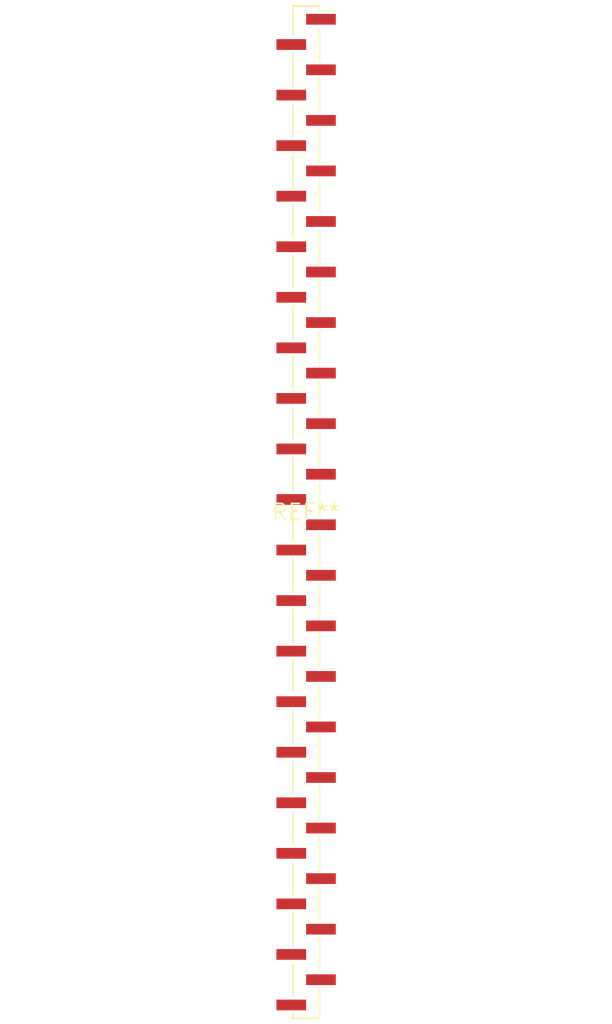
<source format=kicad_pcb>
(kicad_pcb (version 20240108) (generator pcbnew)
  (layers (0 "F.Cu" signal) (31 "B.Cu" signal) (34 "B.Paste" user) (35 "F.Paste" user) (36 "B.SilkS" user "B.Silkscreen") (37 "F.SilkS" user "F.Silkscreen") (38 "B.Mask" user) (39 "F.Mask" user) (44 "Edge.Cuts" user))
  (net 0 "")
  (footprint "PinHeader_1x40_P2.00mm_Vertical_SMD_Pin1Right" (layer "F.Cu") (at 0 0)
    (property "Reference" "REF**")
    (property "Value" "PinHeader_1x40_P2.00mm_Vertical_SMD_Pin1Right")
    (fp_line (start -1.06 -40.06) (end -1.06 -37.685) (layer "F.SilkS") (stroke (width 0.12)))
    (fp_line (start -1.06 -40.06) (end 1.06 -40.06) (layer "F.SilkS") (stroke (width 0.12)))
    (fp_line (start -1.06 -36.315) (end -1.06 -33.685) (layer "F.SilkS") (stroke (width 0.12)))
    (fp_line (start -1.06 -32.315) (end -1.06 -29.685) (layer "F.SilkS") (stroke (width 0.12)))
    (fp_line (start -1.06 -28.315) (end -1.06 -25.685) (layer "F.SilkS") (stroke (width 0.12)))
    (fp_line (start -1.06 -24.315) (end -1.06 -21.685) (layer "F.SilkS") (stroke (width 0.12)))
    (fp_line (start -1.06 -20.315) (end -1.06 -17.685) (layer "F.SilkS") (stroke (width 0.12)))
    (fp_line (start -1.06 -16.315) (end -1.06 -13.685) (layer "F.SilkS") (stroke (width 0.12)))
    (fp_line (start -1.06 -12.315) (end -1.06 -9.685) (layer "F.SilkS") (stroke (width 0.12)))
    (fp_line (start -1.06 -8.315) (end -1.06 -5.685) (layer "F.SilkS") (stroke (width 0.12)))
    (fp_line (start -1.06 -4.315) (end -1.06 -1.685) (layer "F.SilkS") (stroke (width 0.12)))
    (fp_line (start -1.06 -0.315) (end -1.06 2.315) (layer "F.SilkS") (stroke (width 0.12)))
    (fp_line (start -1.06 3.685) (end -1.06 6.315) (layer "F.SilkS") (stroke (width 0.12)))
    (fp_line (start -1.06 7.685) (end -1.06 10.315) (layer "F.SilkS") (stroke (width 0.12)))
    (fp_line (start -1.06 11.685) (end -1.06 14.315) (layer "F.SilkS") (stroke (width 0.12)))
    (fp_line (start -1.06 15.685) (end -1.06 18.315) (layer "F.SilkS") (stroke (width 0.12)))
    (fp_line (start -1.06 19.685) (end -1.06 22.315) (layer "F.SilkS") (stroke (width 0.12)))
    (fp_line (start -1.06 23.685) (end -1.06 26.315) (layer "F.SilkS") (stroke (width 0.12)))
    (fp_line (start -1.06 27.685) (end -1.06 30.315) (layer "F.SilkS") (stroke (width 0.12)))
    (fp_line (start -1.06 31.685) (end -1.06 34.315) (layer "F.SilkS") (stroke (width 0.12)))
    (fp_line (start -1.06 35.685) (end -1.06 38.315) (layer "F.SilkS") (stroke (width 0.12)))
    (fp_line (start -1.06 39.685) (end -1.06 40.06) (layer "F.SilkS") (stroke (width 0.12)))
    (fp_line (start -1.06 40.06) (end 1.06 40.06) (layer "F.SilkS") (stroke (width 0.12)))
    (fp_line (start 1.06 -40.06) (end 1.06 -39.685) (layer "F.SilkS") (stroke (width 0.12)))
    (fp_line (start 1.06 -39.685) (end 2.29 -39.685) (layer "F.SilkS") (stroke (width 0.12)))
    (fp_line (start 1.06 -38.315) (end 1.06 -35.685) (layer "F.SilkS") (stroke (width 0.12)))
    (fp_line (start 1.06 -34.315) (end 1.06 -31.685) (layer "F.SilkS") (stroke (width 0.12)))
    (fp_line (start 1.06 -30.315) (end 1.06 -27.685) (layer "F.SilkS") (stroke (width 0.12)))
    (fp_line (start 1.06 -26.315) (end 1.06 -23.685) (layer "F.SilkS") (stroke (width 0.12)))
    (fp_line (start 1.06 -22.315) (end 1.06 -19.685) (layer "F.SilkS") (stroke (width 0.12)))
    (fp_line (start 1.06 -18.315) (end 1.06 -15.685) (layer "F.SilkS") (stroke (width 0.12)))
    (fp_line (start 1.06 -14.315) (end 1.06 -11.685) (layer "F.SilkS") (stroke (width 0.12)))
    (fp_line (start 1.06 -10.315) (end 1.06 -7.685) (layer "F.SilkS") (stroke (width 0.12)))
    (fp_line (start 1.06 -6.315) (end 1.06 -3.685) (layer "F.SilkS") (stroke (width 0.12)))
    (fp_line (start 1.06 -2.315) (end 1.06 0.315) (layer "F.SilkS") (stroke (width 0.12)))
    (fp_line (start 1.06 1.685) (end 1.06 4.315) (layer "F.SilkS") (stroke (width 0.12)))
    (fp_line (start 1.06 5.685) (end 1.06 8.315) (layer "F.SilkS") (stroke (width 0.12)))
    (fp_line (start 1.06 9.685) (end 1.06 12.315) (layer "F.SilkS") (stroke (width 0.12)))
    (fp_line (start 1.06 13.685) (end 1.06 16.315) (layer "F.SilkS") (stroke (width 0.12)))
    (fp_line (start 1.06 17.685) (end 1.06 20.315) (layer "F.SilkS") (stroke (width 0.12)))
    (fp_line (start 1.06 21.685) (end 1.06 24.315) (layer "F.SilkS") (stroke (width 0.12)))
    (fp_line (start 1.06 25.685) (end 1.06 28.315) (layer "F.SilkS") (stroke (width 0.12)))
    (fp_line (start 1.06 29.685) (end 1.06 32.315) (layer "F.SilkS") (stroke (width 0.12)))
    (fp_line (start 1.06 33.685) (end 1.06 36.315) (layer "F.SilkS") (stroke (width 0.12)))
    (fp_line (start 1.06 37.685) (end 1.06 40.06) (layer "F.SilkS") (stroke (width 0.12)))
    (pad "1" smd rect (at 1.175 -39) (size 2.35 0.85) (layers "F.Cu" "F.Paste" "F.Mask"))
    (pad "2" smd rect (at -1.175 -37) (size 2.35 0.85) (layers "F.Cu" "F.Paste" "F.Mask"))
    (pad "3" smd rect (at 1.175 -35) (size 2.35 0.85) (layers "F.Cu" "F.Paste" "F.Mask"))
    (pad "4" smd rect (at -1.175 -33) (size 2.35 0.85) (layers "F.Cu" "F.Paste" "F.Mask"))
    (pad "5" smd rect (at 1.175 -31) (size 2.35 0.85) (layers "F.Cu" "F.Paste" "F.Mask"))
    (pad "6" smd rect (at -1.175 -29) (size 2.35 0.85) (layers "F.Cu" "F.Paste" "F.Mask"))
    (pad "7" smd rect (at 1.175 -27) (size 2.35 0.85) (layers "F.Cu" "F.Paste" "F.Mask"))
    (pad "8" smd rect (at -1.175 -25) (size 2.35 0.85) (layers "F.Cu" "F.Paste" "F.Mask"))
    (pad "9" smd rect (at 1.175 -23) (size 2.35 0.85) (layers "F.Cu" "F.Paste" "F.Mask"))
    (pad "10" smd rect (at -1.175 -21) (size 2.35 0.85) (layers "F.Cu" "F.Paste" "F.Mask"))
    (pad "11" smd rect (at 1.175 -19) (size 2.35 0.85) (layers "F.Cu" "F.Paste" "F.Mask"))
    (pad "12" smd rect (at -1.175 -17) (size 2.35 0.85) (layers "F.Cu" "F.Paste" "F.Mask"))
    (pad "13" smd rect (at 1.175 -15) (size 2.35 0.85) (layers "F.Cu" "F.Paste" "F.Mask"))
    (pad "14" smd rect (at -1.175 -13) (size 2.35 0.85) (layers "F.Cu" "F.Paste" "F.Mask"))
    (pad "15" smd rect (at 1.175 -11) (size 2.35 0.85) (layers "F.Cu" "F.Paste" "F.Mask"))
    (pad "16" smd rect (at -1.175 -9) (size 2.35 0.85) (layers "F.Cu" "F.Paste" "F.Mask"))
    (pad "17" smd rect (at 1.175 -7) (size 2.35 0.85) (layers "F.Cu" "F.Paste" "F.Mask"))
    (pad "18" smd rect (at -1.175 -5) (size 2.35 0.85) (layers "F.Cu" "F.Paste" "F.Mask"))
    (pad "19" smd rect (at 1.175 -3) (size 2.35 0.85) (layers "F.Cu" "F.Paste" "F.Mask"))
    (pad "20" smd rect (at -1.175 -1) (size 2.35 0.85) (layers "F.Cu" "F.Paste" "F.Mask"))
    (pad "21" smd rect (at 1.175 1) (size 2.35 0.85) (layers "F.Cu" "F.Paste" "F.Mask"))
    (pad "22" smd rect (at -1.175 3) (size 2.35 0.85) (layers "F.Cu" "F.Paste" "F.Mask"))
    (pad "23" smd rect (at 1.175 5) (size 2.35 0.85) (layers "F.Cu" "F.Paste" "F.Mask"))
    (pad "24" smd rect (at -1.175 7) (size 2.35 0.85) (layers "F.Cu" "F.Paste" "F.Mask"))
    (pad "25" smd rect (at 1.175 9) (size 2.35 0.85) (layers "F.Cu" "F.Paste" "F.Mask"))
    (pad "26" smd rect (at -1.175 11) (size 2.35 0.85) (layers "F.Cu" "F.Paste" "F.Mask"))
    (pad "27" smd rect (at 1.175 13) (size 2.35 0.85) (layers "F.Cu" "F.Paste" "F.Mask"))
    (pad "28" smd rect (at -1.175 15) (size 2.35 0.85) (layers "F.Cu" "F.Paste" "F.Mask"))
    (pad "29" smd rect (at 1.175 17) (size 2.35 0.85) (layers "F.Cu" "F.Paste" "F.Mask"))
    (pad "30" smd rect (at -1.175 19) (size 2.35 0.85) (layers "F.Cu" "F.Paste" "F.Mask"))
    (pad "31" smd rect (at 1.175 21) (size 2.35 0.85) (layers "F.Cu" "F.Paste" "F.Mask"))
    (pad "32" smd rect (at -1.175 23) (size 2.35 0.85) (layers "F.Cu" "F.Paste" "F.Mask"))
    (pad "33" smd rect (at 1.175 25) (size 2.35 0.85) (layers "F.Cu" "F.Paste" "F.Mask"))
    (pad "34" smd rect (at -1.175 27) (size 2.35 0.85) (layers "F.Cu" "F.Paste" "F.Mask"))
    (pad "35" smd rect (at 1.175 29) (size 2.35 0.85) (layers "F.Cu" "F.Paste" "F.Mask"))
    (pad "36" smd rect (at -1.175 31) (size 2.35 0.85) (layers "F.Cu" "F.Paste" "F.Mask"))
    (pad "37" smd rect (at 1.175 33) (size 2.35 0.85) (layers "F.Cu" "F.Paste" "F.Mask"))
    (pad "38" smd rect (at -1.175 35) (size 2.35 0.85) (layers "F.Cu" "F.Paste" "F.Mask"))
    (pad "39" smd rect (at 1.175 37) (size 2.35 0.85) (layers "F.Cu" "F.Paste" "F.Mask"))
    (pad "40" smd rect (at -1.175 39) (size 2.35 0.85) (layers "F.Cu" "F.Paste" "F.Mask"))
  )
)
</source>
